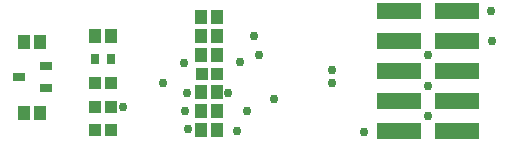
<source format=gbs>
G04*
G04 #@! TF.GenerationSoftware,Altium Limited,Altium Designer,20.2.6 (244)*
G04*
G04 Layer_Color=16711935*
%FSLAX25Y25*%
%MOIN*%
G70*
G04*
G04 #@! TF.SameCoordinates,1782C56F-5B0B-48C2-A17B-6D9890C7136C*
G04*
G04*
G04 #@! TF.FilePolarity,Negative*
G04*
G01*
G75*
%ADD18C,0.02953*%
%ADD30R,0.04134X0.04528*%
%ADD31R,0.03937X0.04331*%
%ADD32R,0.04331X0.03150*%
%ADD33R,0.15079X0.05591*%
%ADD34R,0.02953X0.03347*%
D18*
X361642Y303746D02*
D03*
X354533Y297291D02*
D03*
X391693Y291850D02*
D03*
X341260Y289331D02*
D03*
X380315Y304331D02*
D03*
X362953Y281811D02*
D03*
X410984Y297402D02*
D03*
X411096Y301738D02*
D03*
X362520Y293779D02*
D03*
X379291Y281339D02*
D03*
X386575Y306653D02*
D03*
X384921Y313071D02*
D03*
X376339Y294016D02*
D03*
X362047Y287913D02*
D03*
X382598Y287835D02*
D03*
X421732Y281063D02*
D03*
X442795Y286221D02*
D03*
X442874Y296260D02*
D03*
Y306417D02*
D03*
X464055Y321102D02*
D03*
X464252Y311181D02*
D03*
D30*
X367421Y319291D02*
D03*
X372736D02*
D03*
Y312992D02*
D03*
X367421D02*
D03*
Y294094D02*
D03*
X372736D02*
D03*
X367421Y306693D02*
D03*
X372736D02*
D03*
X367421Y287795D02*
D03*
X372736D02*
D03*
Y281496D02*
D03*
X367421D02*
D03*
X313681Y287402D02*
D03*
X308366D02*
D03*
Y311024D02*
D03*
X313681D02*
D03*
X331988Y312992D02*
D03*
X337303D02*
D03*
D31*
X372638Y300394D02*
D03*
X367520D02*
D03*
X332087Y281496D02*
D03*
X337205D02*
D03*
X332087Y289370D02*
D03*
X337205D02*
D03*
X337205Y297244D02*
D03*
X332087D02*
D03*
D32*
X306496Y299213D02*
D03*
X315551Y295472D02*
D03*
Y302953D02*
D03*
D33*
X433169Y291181D02*
D03*
Y301181D02*
D03*
Y311181D02*
D03*
Y321181D02*
D03*
Y281181D02*
D03*
X452658D02*
D03*
Y291181D02*
D03*
Y301181D02*
D03*
Y311181D02*
D03*
Y321181D02*
D03*
D34*
X331850Y305118D02*
D03*
X337441D02*
D03*
M02*

</source>
